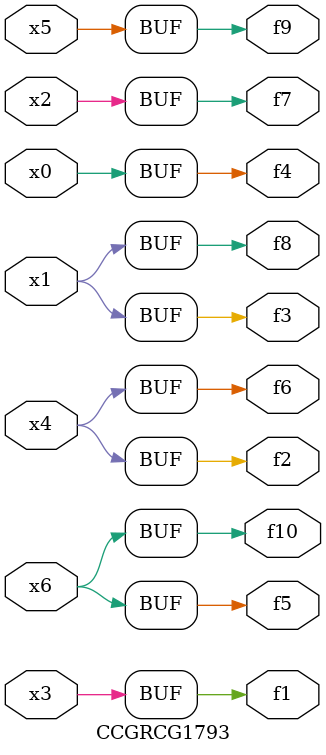
<source format=v>
module CCGRCG1793(
	input x0, x1, x2, x3, x4, x5, x6,
	output f1, f2, f3, f4, f5, f6, f7, f8, f9, f10
);
	assign f1 = x3;
	assign f2 = x4;
	assign f3 = x1;
	assign f4 = x0;
	assign f5 = x6;
	assign f6 = x4;
	assign f7 = x2;
	assign f8 = x1;
	assign f9 = x5;
	assign f10 = x6;
endmodule

</source>
